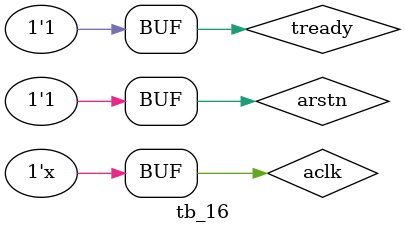
<source format=v>
`timescale 1ns / 1ps


module tb_16();
reg aclk, arstn;
reg tready;
wire  tv0;
wire  tv1;
wire  tv2;
wire  tv3;
wire  tv4;
wire  tv5;
wire  tv6;
wire  tv7;
wire  tv8;
wire  tv9;
wire  tv10;
wire  tv11;
wire  tv12;
wire  tv13;
wire  tv14;
wire  tv15;
wire	[15:0]	td0;
wire	[15:0]	td1;
wire	[15:0]	td2;
wire	[15:0]	td3;
wire	[15:0]	td4;
wire	[15:0]	td5;
wire	[15:0]	td6;
wire	[15:0]	td7;
wire	[15:0]	td8;
wire	[15:0]	td9;
wire	[15:0]	td10;
wire	[15:0]	td11;
wire	[15:0]	td12;
wire	[15:0]	td13;
wire	[15:0]	td14;
wire	[15:0]	td15;
initial begin
    aclk=1;
    arstn=0;
    tready=1;
    #10
    arstn=1;
end

always begin 
 #1
 aclk=~aclk;
end
phase_gen_16 uut(
    
    .M01_AXIS_ACLK(aclk),
    .M01_AXIS_ARESETN(arstn),
    .M01_AXIS_TVALID(tv0),
    .M01_AXIS_TDATA(td0),
    .M01_AXIS_TREADY(tready), 

    .M02_AXIS_ACLK(aclk),
    .M02_AXIS_ARESETN(arstn),
    .M02_AXIS_TVALID(tv1),
    .M02_AXIS_TDATA(td1),
    .M02_AXIS_TREADY(tready), 
    
    .M03_AXIS_ACLK(aclk),
    .M03_AXIS_ARESETN(arstn),
    .M03_AXIS_TVALID(tv2),
    .M03_AXIS_TDATA(td2),
    .M03_AXIS_TREADY(tready), 

    .M04_AXIS_ACLK(aclk),
    .M04_AXIS_ARESETN(arstn),
    .M04_AXIS_TVALID(tv3),
    .M04_AXIS_TDATA(td3),
    .M04_AXIS_TREADY(tready), 

    .M05_AXIS_ACLK(aclk),
    .M05_AXIS_ARESETN(arstn),
    .M05_AXIS_TVALID(tv4),
    .M05_AXIS_TDATA(td4),
    .M05_AXIS_TREADY(tready), 

    .M06_AXIS_ACLK(aclk),
    .M06_AXIS_ARESETN(arstn),
    .M06_AXIS_TVALID(tv5),
    .M06_AXIS_TDATA(td5),
    .M06_AXIS_TREADY(tready), 

    .M07_AXIS_ACLK(aclk),
    .M07_AXIS_ARESETN(arstn),
    .M07_AXIS_TVALID(tv6),
    .M07_AXIS_TDATA(td6),
    .M07_AXIS_TREADY(tready), 

    .M08_AXIS_ACLK(aclk),
    .M08_AXIS_ARESETN(arstn),
    .M08_AXIS_TVALID(tv7),
    .M08_AXIS_TDATA(td7),
    .M08_AXIS_TREADY(tready), 

    .M09_AXIS_ACLK(aclk),
    .M09_AXIS_ARESETN(arstn),
    .M09_AXIS_TVALID(tv8),
    .M09_AXIS_TDATA(td8),
    .M09_AXIS_TREADY(tready), 

    .M10_AXIS_ACLK(aclk),
    .M10_AXIS_ARESETN(arstn),
    .M10_AXIS_TVALID(tv9),
    .M10_AXIS_TDATA(td9),
    .M10_AXIS_TREADY(tready), 

    .M11_AXIS_ACLK(aclk),
    .M11_AXIS_ARESETN(arstn),
    .M11_AXIS_TVALID(tv10),
    .M11_AXIS_TDATA(td10),
    .M11_AXIS_TREADY(tready), 

    .M12_AXIS_ACLK(aclk),
    .M12_AXIS_ARESETN(arstn),
    .M12_AXIS_TVALID(tv11),
    .M12_AXIS_TDATA(td11),
    .M12_AXIS_TREADY(tready), 

    .M13_AXIS_ACLK(aclk),
    .M13_AXIS_ARESETN(arstn),
    .M13_AXIS_TVALID(tv12),
    .M13_AXIS_TDATA(td12),
    .M13_AXIS_TREADY(tready), 

    .M14_AXIS_ACLK(aclk),
    .M14_AXIS_ARESETN(arstn),
    .M14_AXIS_TVALID(tv13),
    .M14_AXIS_TDATA(td13),
    .M14_AXIS_TREADY(tready), 

    .M15_AXIS_ACLK(aclk),
    .M15_AXIS_ARESETN(arstn),
    .M15_AXIS_TVALID(tv14),
    .M15_AXIS_TDATA(td14),
    .M15_AXIS_TREADY(tready), 

    .M16_AXIS_ACLK(aclk),
    .M16_AXIS_ARESETN(arstn),
    .M16_AXIS_TVALID(tv15),
    .M16_AXIS_TDATA(td15),
    .M16_AXIS_TREADY(tready)
);
endmodule

</source>
